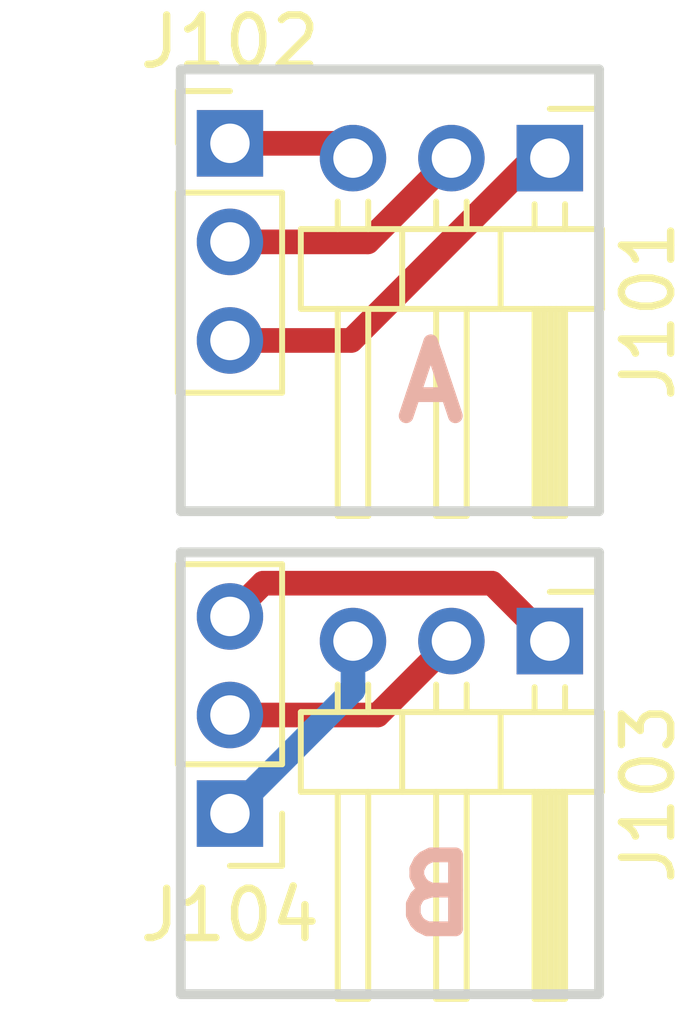
<source format=kicad_pcb>
(kicad_pcb (version 20210228) (generator pcbnew)
  (layers (0 "F.Cu" signal) (31 "B.Cu" signal) (34 "B.Paste" user) (35 "F.Paste" user) (36 "B.SilkS" user "B.Silkscreen") (37 "F.SilkS" user "F.Silkscreen") (38 "B.Mask" user) (39 "F.Mask" user) (44 "Edge.Cuts" user))
  (net 0 "")
  (net 1 "Net-(J101-Pad3)")
  (net 2 "Net-(J101-Pad2)")
  (net 3 "Net-(J101-Pad1)")
  (net 4 "Net-(J103-Pad3)")
  (net 5 "Net-(J103-Pad2)")
  (net 6 "Net-(J103-Pad1)")
  (footprint "Connector_PinHeader_2.00mm:PinHeader_1x03_P2.00mm_Horizontal" (layer "F.Cu") (at 7.5 1.8 -90)
    (fp_text reference "J101" (at 3.1 -2 90) (layer "F.SilkS"))
    (fp_text value "Conn_01x03")
    (fp_line (start 3.06 3.69) (end 7.26 3.69) (layer "F.SilkS") (width 0.12))
    (fp_line (start 7.26 3.69) (end 7.26 4.31) (layer "F.SilkS") (width 0.12))
    (fp_line (start 7.26 -0.31) (end 7.26 0.31) (layer "F.SilkS") (width 0.12))
    (fp_line (start 3.06 -1.06) (end 1.44 -1.06) (layer "F.SilkS") (width 0.12))
    (fp_line (start 3.06 1.69) (end 7.26 1.69) (layer "F.SilkS") (width 0.12))
    (fp_line (start 7.26 0.31) (end 3.06 0.31) (layer "F.SilkS") (width 0.12))
    (fp_line (start 0.882114 3.69) (end 1.44 3.69) (layer "F.SilkS") (width 0.12))
    (fp_line (start 3.06 0.23) (end 7.26 0.23) (layer "F.SilkS") (width 0.12))
    (fp_line (start 3.06 -0.31) (end 7.26 -0.31) (layer "F.SilkS") (width 0.12))
    (fp_line (start 3.06 -0.25) (end 7.26 -0.25) (layer "F.SilkS") (width 0.12))
    (fp_line (start 7.26 4.31) (end 3.06 4.31) (layer "F.SilkS") (width 0.12))
    (fp_line (start 1.44 5.06) (end 3.06 5.06) (layer "F.SilkS") (width 0.12))
    (fp_line (start 0.935 0.31) (end 1.44 0.31) (layer "F.SilkS") (width 0.12))
    (fp_line (start 1.44 1) (end 3.06 1) (layer "F.SilkS") (width 0.12))
    (fp_line (start 0.935 -0.31) (end 1.44 -0.31) (layer "F.SilkS") (width 0.12))
    (fp_line (start 7.26 1.69) (end 7.26 2.31) (layer "F.SilkS") (width 0.12))
    (fp_line (start 3.06 5.06) (end 3.06 -1.06) (layer "F.SilkS") (width 0.12))
    (fp_line (start -1 -1) (end 0 -1) (layer "F.SilkS") (width 0.12))
    (fp_line (start 3.06 0.11) (end 7.26 0.11) (layer "F.SilkS") (width 0.12))
    (fp_line (start 0.882114 4.31) (end 1.44 4.31) (layer "F.SilkS") (width 0.12))
    (fp_line (start 1.44 -1.06) (end 1.44 5.06) (layer "F.SilkS") (width 0.12))
    (fp_line (start 7.26 2.31) (end 3.06 2.31) (layer "F.SilkS") (width 0.12))
    (fp_line (start 0.882114 1.69) (end 1.44 1.69) (layer "F.SilkS") (width 0.12))
    (fp_line (start 3.06 -0.13) (end 7.26 -0.13) (layer "F.SilkS") (width 0.12))
    (fp_line (start 3.06 -0.01) (end 7.26 -0.01) (layer "F.SilkS") (width 0.12))
    (fp_line (start 1.44 3) (end 3.06 3) (layer "F.SilkS") (width 0.12))
    (fp_line (start 0.882114 2.31) (end 1.44 2.31) (layer "F.SilkS") (width 0.12))
    (fp_line (start -1 0) (end -1 -1) (layer "F.SilkS") (width 0.12))
    (pad "1" thru_hole rect (at 0 0 270) (size 1.35 1.35) (drill 0.8) (layers *.Cu *.Mask) (net 3 "Net-(J101-Pad1)"))
    (pad "2" thru_hole oval (at 0 2 270) (size 1.35 1.35) (drill 0.8) (layers *.Cu *.Mask) (net 2 "Net-(J101-Pad2)"))
    (pad "3" thru_hole oval (at 0 4 270) (size 1.35 1.35) (drill 0.8) (layers *.Cu *.Mask) (net 1 "Net-(J101-Pad3)"))
  )
  (footprint "Connector_PinHeader_2.00mm:PinHeader_1x03_P2.00mm_Vertical" (layer "F.Cu") (at 1 1.5)
    (fp_text reference "J102" (at 0 -2.06) (layer "F.SilkS"))
    (fp_text value "Conn_01x03")
    (fp_line (start -1.06 5.06) (end 1.06 5.06) (layer "F.SilkS") (width 0.12))
    (fp_line (start 1.06 1) (end 1.06 5.06) (layer "F.SilkS") (width 0.12))
    (fp_line (start -1.06 1) (end 1.06 1) (layer "F.SilkS") (width 0.12))
    (fp_line (start -1.06 0) (end -1.06 -1.06) (layer "F.SilkS") (width 0.12))
    (fp_line (start -1.06 -1.06) (end 0 -1.06) (layer "F.SilkS") (width 0.12))
    (fp_line (start -1.06 1) (end -1.06 5.06) (layer "F.SilkS") (width 0.12))
    (pad "1" thru_hole rect (at 0 0) (size 1.35 1.35) (drill 0.8) (layers *.Cu *.Mask) (net 1 "Net-(J101-Pad3)"))
    (pad "2" thru_hole oval (at 0 2) (size 1.35 1.35) (drill 0.8) (layers *.Cu *.Mask) (net 2 "Net-(J101-Pad2)"))
    (pad "3" thru_hole oval (at 0 4) (size 1.35 1.35) (drill 0.8) (layers *.Cu *.Mask) (net 3 "Net-(J101-Pad1)"))
  )
  (footprint "Connector_PinHeader_2.00mm:PinHeader_1x03_P2.00mm_Horizontal" (layer "F.Cu") (at 7.5 11.6 -90)
    (fp_text reference "J103" (at 3.1 -2 90) (layer "F.SilkS"))
    (fp_text value "Conn_01x03")
    (fp_line (start -1 -1) (end 0 -1) (layer "F.SilkS") (width 0.12))
    (fp_line (start 7.26 1.69) (end 7.26 2.31) (layer "F.SilkS") (width 0.12))
    (fp_line (start 7.26 4.31) (end 3.06 4.31) (layer "F.SilkS") (width 0.12))
    (fp_line (start -1 0) (end -1 -1) (layer "F.SilkS") (width 0.12))
    (fp_line (start 7.26 0.31) (end 3.06 0.31) (layer "F.SilkS") (width 0.12))
    (fp_line (start 0.882114 2.31) (end 1.44 2.31) (layer "F.SilkS") (width 0.12))
    (fp_line (start 3.06 1.69) (end 7.26 1.69) (layer "F.SilkS") (width 0.12))
    (fp_line (start 3.06 -0.13) (end 7.26 -0.13) (layer "F.SilkS") (width 0.12))
    (fp_line (start 3.06 5.06) (end 3.06 -1.06) (layer "F.SilkS") (width 0.12))
    (fp_line (start 3.06 0.23) (end 7.26 0.23) (layer "F.SilkS") (width 0.12))
    (fp_line (start 1.44 5.06) (end 3.06 5.06) (layer "F.SilkS") (width 0.12))
    (fp_line (start 7.26 -0.31) (end 7.26 0.31) (layer "F.SilkS") (width 0.12))
    (fp_line (start 0.882114 3.69) (end 1.44 3.69) (layer "F.SilkS") (width 0.12))
    (fp_line (start 7.26 2.31) (end 3.06 2.31) (layer "F.SilkS") (width 0.12))
    (fp_line (start 0.882114 1.69) (end 1.44 1.69) (layer "F.SilkS") (width 0.12))
    (fp_line (start 1.44 1) (end 3.06 1) (layer "F.SilkS") (width 0.12))
    (fp_line (start 3.06 -0.01) (end 7.26 -0.01) (layer "F.SilkS") (width 0.12))
    (fp_line (start 3.06 -1.06) (end 1.44 -1.06) (layer "F.SilkS") (width 0.12))
    (fp_line (start 7.26 3.69) (end 7.26 4.31) (layer "F.SilkS") (width 0.12))
    (fp_line (start 3.06 0.11) (end 7.26 0.11) (layer "F.SilkS") (width 0.12))
    (fp_line (start 1.44 -1.06) (end 1.44 5.06) (layer "F.SilkS") (width 0.12))
    (fp_line (start 3.06 -0.31) (end 7.26 -0.31) (layer "F.SilkS") (width 0.12))
    (fp_line (start 0.882114 4.31) (end 1.44 4.31) (layer "F.SilkS") (width 0.12))
    (fp_line (start 3.06 -0.25) (end 7.26 -0.25) (layer "F.SilkS") (width 0.12))
    (fp_line (start 0.935 -0.31) (end 1.44 -0.31) (layer "F.SilkS") (width 0.12))
    (fp_line (start 0.935 0.31) (end 1.44 0.31) (layer "F.SilkS") (width 0.12))
    (fp_line (start 3.06 3.69) (end 7.26 3.69) (layer "F.SilkS") (width 0.12))
    (fp_line (start 1.44 3) (end 3.06 3) (layer "F.SilkS") (width 0.12))
    (pad "1" thru_hole rect (at 0 0 270) (size 1.35 1.35) (drill 0.8) (layers *.Cu *.Mask) (net 6 "Net-(J103-Pad1)"))
    (pad "2" thru_hole oval (at 0 2 270) (size 1.35 1.35) (drill 0.8) (layers *.Cu *.Mask) (net 5 "Net-(J103-Pad2)"))
    (pad "3" thru_hole oval (at 0 4 270) (size 1.35 1.35) (drill 0.8) (layers *.Cu *.Mask) (net 4 "Net-(J103-Pad3)"))
  )
  (footprint "Connector_PinHeader_2.00mm:PinHeader_1x03_P2.00mm_Vertical" (layer "F.Cu") (at 1 15.1 180)
    (fp_text reference "J104" (at 0 -2.06) (layer "F.SilkS"))
    (fp_text value "Conn_01x03")
    (fp_line (start 1.06 1) (end 1.06 5.06) (layer "F.SilkS") (width 0.12))
    (fp_line (start -1.06 5.06) (end 1.06 5.06) (layer "F.SilkS") (width 0.12))
    (fp_line (start -1.06 1) (end -1.06 5.06) (layer "F.SilkS") (width 0.12))
    (fp_line (start -1.06 1) (end 1.06 1) (layer "F.SilkS") (width 0.12))
    (fp_line (start -1.06 0) (end -1.06 -1.06) (layer "F.SilkS") (width 0.12))
    (fp_line (start -1.06 -1.06) (end 0 -1.06) (layer "F.SilkS") (width 0.12))
    (pad "1" thru_hole rect (at 0 0 180) (size 1.35 1.35) (drill 0.8) (layers *.Cu *.Mask) (net 4 "Net-(J103-Pad3)"))
    (pad "2" thru_hole oval (at 0 2 180) (size 1.35 1.35) (drill 0.8) (layers *.Cu *.Mask) (net 5 "Net-(J103-Pad2)"))
    (pad "3" thru_hole oval (at 0 4 180) (size 1.35 1.35) (drill 0.8) (layers *.Cu *.Mask) (net 6 "Net-(J103-Pad1)"))
  )
  (gr_line (start 8.500001 18.764) (end 0 18.764) (layer "Edge.Cuts") (width 0.2))
  (gr_line (start 0 9.8) (end 0 18.764) (layer "Edge.Cuts") (width 0.2))
  (gr_line (start 8.500001 9.8) (end 0 9.8) (layer "Edge.Cuts") (width 0.2))
  (gr_line (start 8.500001 9.8) (end 8.500001 18.764) (layer "Edge.Cuts") (width 0.2))
  (gr_line (start 8.500001 0) (end 0 0) (layer "Edge.Cuts") (width 0.2))
  (gr_line (start 8.500001 0) (end 8.500001 8.964) (layer "Edge.Cuts") (width 0.2))
  (gr_line (start 8.500001 8.964) (end 0 8.964) (layer "Edge.Cuts") (width 0.2))
  (gr_line (start 0 0) (end 0 8.964) (layer "Edge.Cuts") (width 0.2))
  (gr_text "A" (at 5.08 6.35) (layer "B.SilkS") (effects (font (size 1.5 1.5) (thickness 0.3)) (justify mirror)))
  (gr_text "B" (at 5.19 16.76) (layer "B.SilkS") (effects (font (size 1.5 1.5) (thickness 0.3)) (justify mirror)))
  (segment (start 3.2 1.5) (end 3.5 1.8) (width 0.5) (layer "F.Cu") (net 1))
  (segment (start 1 1.5) (end 3.2 1.5) (width 0.5) (layer "F.Cu") (net 1))
  (segment (start 3.8 3.5) (end 5.5 1.8) (width 0.5) (layer "F.Cu") (net 2))
  (segment (start 1 3.5) (end 3.8 3.5) (width 0.5) (layer "F.Cu") (net 2))
  (segment (start 3.465002 5.5) (end 7.165002 1.8) (width 0.5) (layer "F.Cu") (net 3))
  (segment (start 1 5.5) (end 3.465002 5.5) (width 0.5) (layer "F.Cu") (net 3))
  (segment (start 7.165002 1.8) (end 7.5 1.8) (width 0.5) (layer "F.Cu") (net 3))
  (segment (start 3.5 12.6) (end 3.5 11.6) (width 0.5) (layer "B.Cu") (net 4))
  (segment (start 1 15.1) (end 3.5 12.6) (width 0.5) (layer "B.Cu") (net 4))
  (segment (start 1 13.1) (end 4 13.1) (width 0.5) (layer "F.Cu") (net 5))
  (segment (start 4 13.1) (end 5.5 11.6) (width 0.5) (layer "F.Cu") (net 5))
  (segment (start 1 11.1) (end 1.674999 10.425001) (width 0.5) (layer "F.Cu") (net 6))
  (segment (start 1.674999 10.425001) (end 6.325001 10.425001) (width 0.5) (layer "F.Cu") (net 6))
  (segment (start 6.325001 10.425001) (end 7.5 11.6) (width 0.5) (layer "F.Cu") (net 6))
)
</source>
